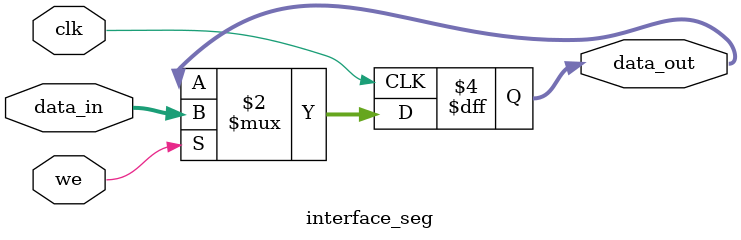
<source format=v>
`timescale 1ns / 1ps
module interface_seg(
		input [11:0] data_in,
		output reg [11:0] data_out,
		input we,
		input clk
    );

		always @(posedge clk) begin
			if(we) begin
				data_out <= data_in;
			end
		end

endmodule

</source>
